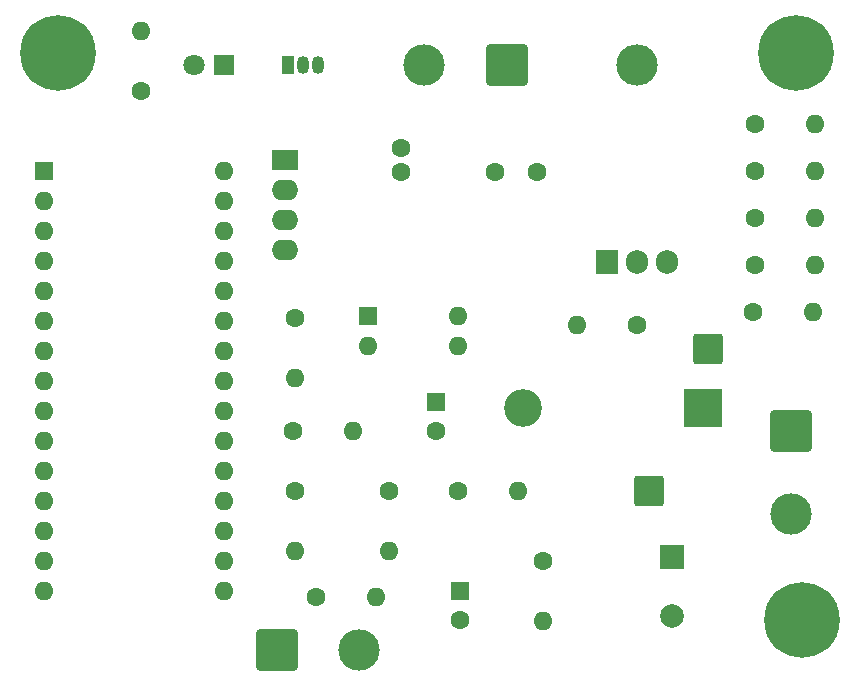
<source format=gbr>
%TF.GenerationSoftware,KiCad,Pcbnew,7.0.2*%
%TF.CreationDate,2023-05-02T00:15:14+02:00*%
%TF.ProjectId,Test1,54657374-312e-46b6-9963-61645f706362,rev?*%
%TF.SameCoordinates,PX669d880PY237a080*%
%TF.FileFunction,Soldermask,Bot*%
%TF.FilePolarity,Negative*%
%FSLAX46Y46*%
G04 Gerber Fmt 4.6, Leading zero omitted, Abs format (unit mm)*
G04 Created by KiCad (PCBNEW 7.0.2) date 2023-05-02 00:15:14*
%MOMM*%
%LPD*%
G01*
G04 APERTURE LIST*
G04 Aperture macros list*
%AMRoundRect*
0 Rectangle with rounded corners*
0 $1 Rounding radius*
0 $2 $3 $4 $5 $6 $7 $8 $9 X,Y pos of 4 corners*
0 Add a 4 corners polygon primitive as box body*
4,1,4,$2,$3,$4,$5,$6,$7,$8,$9,$2,$3,0*
0 Add four circle primitives for the rounded corners*
1,1,$1+$1,$2,$3*
1,1,$1+$1,$4,$5*
1,1,$1+$1,$6,$7*
1,1,$1+$1,$8,$9*
0 Add four rect primitives between the rounded corners*
20,1,$1+$1,$2,$3,$4,$5,0*
20,1,$1+$1,$4,$5,$6,$7,0*
20,1,$1+$1,$6,$7,$8,$9,0*
20,1,$1+$1,$8,$9,$2,$3,0*%
G04 Aperture macros list end*
%ADD10O,1.600000X1.600000*%
%ADD11R,1.600000X1.600000*%
%ADD12C,1.600000*%
%ADD13R,1.050000X1.500000*%
%ADD14O,1.050000X1.500000*%
%ADD15O,3.500000X3.500000*%
%ADD16R,1.905000X2.000000*%
%ADD17O,1.905000X2.000000*%
%ADD18R,2.250000X1.750000*%
%ADD19O,2.250000X1.750000*%
%ADD20RoundRect,0.250002X-1.499998X-1.499998X1.499998X-1.499998X1.499998X1.499998X-1.499998X1.499998X0*%
%ADD21C,3.500000*%
%ADD22RoundRect,0.250002X-1.499998X1.499998X-1.499998X-1.499998X1.499998X-1.499998X1.499998X1.499998X0*%
%ADD23RoundRect,0.249999X-1.025001X-1.025001X1.025001X-1.025001X1.025001X1.025001X-1.025001X1.025001X0*%
%ADD24RoundRect,0.250002X1.499998X1.499998X-1.499998X1.499998X-1.499998X-1.499998X1.499998X-1.499998X0*%
%ADD25R,3.200000X3.200000*%
%ADD26O,3.200000X3.200000*%
%ADD27R,2.000000X2.000000*%
%ADD28C,2.000000*%
%ADD29C,6.400000*%
%ADD30R,1.800000X1.800000*%
%ADD31C,1.800000*%
G04 APERTURE END LIST*
D10*
%TO.C,U1*%
X37220000Y-26025000D03*
X37220000Y-28565000D03*
X29600000Y-28565000D03*
D11*
X29600000Y-26025000D03*
%TD*%
D12*
%TO.C,C7*%
X32400000Y-13800000D03*
X32400000Y-11800000D03*
%TD*%
%TO.C,R14*%
X23400000Y-40800000D03*
D10*
X23400000Y-45880000D03*
%TD*%
D12*
%TO.C,R13*%
X25260000Y-49800000D03*
D10*
X30340000Y-49800000D03*
%TD*%
D12*
%TO.C,R12*%
X23400000Y-26180000D03*
D10*
X23400000Y-31260000D03*
%TD*%
D12*
%TO.C,R11*%
X10400000Y-6940000D03*
D10*
X10400000Y-1860000D03*
%TD*%
D12*
%TO.C,R10*%
X62400000Y-21720000D03*
D10*
X67480000Y-21720000D03*
%TD*%
D12*
%TO.C,R9*%
X62260000Y-25720000D03*
D10*
X67340000Y-25720000D03*
%TD*%
D12*
%TO.C,R8*%
X62400000Y-17720000D03*
D10*
X67480000Y-17720000D03*
%TD*%
D12*
%TO.C,R7*%
X62400000Y-13720000D03*
D10*
X67480000Y-13720000D03*
%TD*%
D12*
%TO.C,R6*%
X62400000Y-9800000D03*
D10*
X67480000Y-9800000D03*
%TD*%
D12*
%TO.C,R5*%
X23260000Y-35800000D03*
D10*
X28340000Y-35800000D03*
%TD*%
D12*
%TO.C,R4*%
X37260000Y-40800000D03*
D10*
X42340000Y-40800000D03*
%TD*%
D12*
%TO.C,R3*%
X31400000Y-40800000D03*
D10*
X31400000Y-45880000D03*
%TD*%
D12*
%TO.C,R2*%
X44400000Y-46800000D03*
D10*
X44400000Y-51880000D03*
%TD*%
D12*
%TO.C,R1*%
X52400000Y-26800000D03*
D10*
X47320000Y-26800000D03*
%TD*%
D13*
%TO.C,U2*%
X22860000Y-4800000D03*
D14*
X24130000Y-4800000D03*
X25400000Y-4800000D03*
%TD*%
D15*
%TO.C,Q1*%
X52400000Y-4800000D03*
D16*
X49860000Y-21460000D03*
D17*
X52400000Y-21460000D03*
X54940000Y-21460000D03*
%TD*%
D18*
%TO.C,PS1*%
X22557500Y-12800000D03*
D19*
X22557500Y-15340000D03*
X22557500Y-17880000D03*
X22557500Y-20420000D03*
%TD*%
D20*
%TO.C,J5*%
X21900000Y-54300000D03*
D21*
X28900000Y-54300000D03*
%TD*%
D22*
%TO.C,J4*%
X65400000Y-35800000D03*
D21*
X65400000Y-42800000D03*
%TD*%
D23*
%TO.C,J3*%
X53400000Y-40800000D03*
%TD*%
%TO.C,J2*%
X58400000Y-28800000D03*
%TD*%
D24*
%TO.C,J1*%
X41400000Y-4800000D03*
D21*
X34400000Y-4800000D03*
%TD*%
D25*
%TO.C,D1*%
X58020000Y-33800000D03*
D26*
X42780000Y-33800000D03*
%TD*%
D11*
%TO.C,C5*%
X35400000Y-33300000D03*
D12*
X35400000Y-35800000D03*
%TD*%
D11*
%TO.C,C4*%
X37400000Y-49300000D03*
D12*
X37400000Y-51800000D03*
%TD*%
D27*
%TO.C,C3*%
X55400000Y-46432323D03*
D28*
X55400000Y-51432323D03*
%TD*%
D12*
%TO.C,C1*%
X40400000Y-13800000D03*
X43900000Y-13800000D03*
%TD*%
D29*
%TO.C,REF\u002A\u002A*%
X66400000Y-51800000D03*
%TD*%
D10*
%TO.C,A1*%
X17400000Y-13750000D03*
X17400000Y-16290000D03*
X17400000Y-18830000D03*
X17400000Y-21370000D03*
X17400000Y-23910000D03*
X17400000Y-26450000D03*
X17400000Y-28990000D03*
X17400000Y-31530000D03*
X17400000Y-34070000D03*
X17400000Y-36610000D03*
X17400000Y-39150000D03*
X17400000Y-41690000D03*
X17400000Y-44230000D03*
X17400000Y-46770000D03*
X17400000Y-49310000D03*
X2160000Y-49310000D03*
X2160000Y-46770000D03*
X2160000Y-44230000D03*
X2160000Y-41690000D03*
X2160000Y-39150000D03*
X2160000Y-36610000D03*
X2160000Y-34070000D03*
X2160000Y-31530000D03*
X2160000Y-28990000D03*
X2160000Y-26450000D03*
X2160000Y-23910000D03*
X2160000Y-21370000D03*
X2160000Y-18830000D03*
X2160000Y-16290000D03*
D11*
X2160000Y-13750000D03*
%TD*%
D30*
%TO.C,D2*%
X17400000Y-4800000D03*
D31*
X14860000Y-4800000D03*
%TD*%
D29*
%TO.C,REF\u002A\u002A*%
X65900000Y-3800000D03*
%TD*%
%TO.C,REF\u002A\u002A*%
X3400000Y-3800000D03*
%TD*%
M02*

</source>
